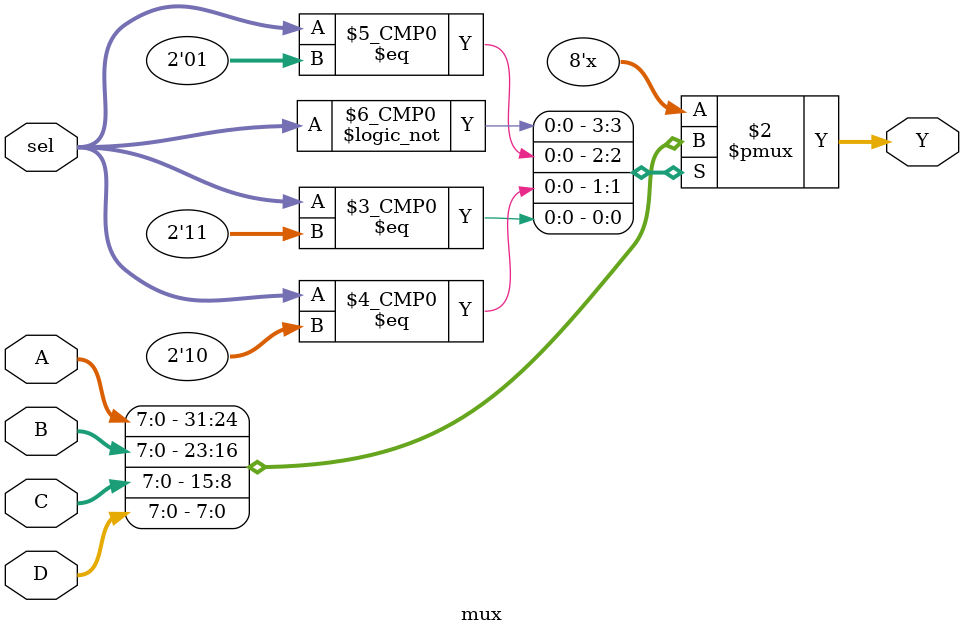
<source format=v>
module mux(
input [7:0] A, B, C, D,
input [1:0] sel,
output reg [7:0] Y
);

always @(*) begin 
    case (sel)
        2'b00: Y <= A;
        2'b01: Y <= B;
        2'b10: Y <= C;
        2'b11: Y <= D;
    endcase
end

endmodule
</source>
